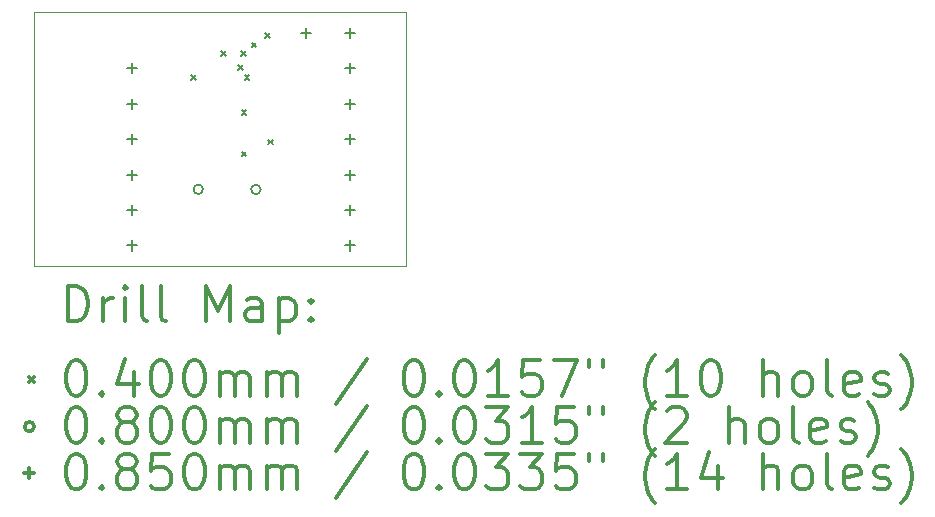
<source format=gbr>
%FSLAX45Y45*%
G04 Gerber Fmt 4.5, Leading zero omitted, Abs format (unit mm)*
G04 Created by KiCad (PCBNEW 5.1.10-88a1d61d58~90~ubuntu20.04.1) date 2021-09-15 21:40:54*
%MOMM*%
%LPD*%
G01*
G04 APERTURE LIST*
%TA.AperFunction,Profile*%
%ADD10C,0.050000*%
%TD*%
%ADD11C,0.200000*%
%ADD12C,0.300000*%
G04 APERTURE END LIST*
D10*
X14350000Y-7475000D02*
X11200000Y-7475000D01*
X14350000Y-9625000D02*
X14350000Y-7475000D01*
X11200000Y-9625000D02*
X14350000Y-9625000D01*
X11200000Y-7475000D02*
X11200000Y-9625000D01*
D11*
X12530000Y-8005000D02*
X12570000Y-8045000D01*
X12570000Y-8005000D02*
X12530000Y-8045000D01*
X12780000Y-7805000D02*
X12820000Y-7845000D01*
X12820000Y-7805000D02*
X12780000Y-7845000D01*
X12923933Y-7922194D02*
X12963933Y-7962194D01*
X12963933Y-7922194D02*
X12923933Y-7962194D01*
X12948370Y-7802803D02*
X12988370Y-7842803D01*
X12988370Y-7802803D02*
X12948370Y-7842803D01*
X12955000Y-8305000D02*
X12995000Y-8345000D01*
X12995000Y-8305000D02*
X12955000Y-8345000D01*
X12955000Y-8655000D02*
X12995000Y-8695000D01*
X12995000Y-8655000D02*
X12955000Y-8695000D01*
X12980000Y-8005000D02*
X13020000Y-8045000D01*
X13020000Y-8005000D02*
X12980000Y-8045000D01*
X13038379Y-7731852D02*
X13078379Y-7771852D01*
X13078379Y-7731852D02*
X13038379Y-7771852D01*
X13155000Y-7655000D02*
X13195000Y-7695000D01*
X13195000Y-7655000D02*
X13155000Y-7695000D01*
X13180000Y-8555000D02*
X13220000Y-8595000D01*
X13220000Y-8555000D02*
X13180000Y-8595000D01*
X12627000Y-8975000D02*
G75*
G03*
X12627000Y-8975000I-40000J0D01*
G01*
X13115000Y-8975000D02*
G75*
G03*
X13115000Y-8975000I-40000J0D01*
G01*
X12025000Y-7907500D02*
X12025000Y-7992500D01*
X11982500Y-7950000D02*
X12067500Y-7950000D01*
X12025000Y-8207500D02*
X12025000Y-8292500D01*
X11982500Y-8250000D02*
X12067500Y-8250000D01*
X12025000Y-8507500D02*
X12025000Y-8592500D01*
X11982500Y-8550000D02*
X12067500Y-8550000D01*
X12025000Y-8807500D02*
X12025000Y-8892500D01*
X11982500Y-8850000D02*
X12067500Y-8850000D01*
X12025000Y-9107500D02*
X12025000Y-9192500D01*
X11982500Y-9150000D02*
X12067500Y-9150000D01*
X12025000Y-9407500D02*
X12025000Y-9492500D01*
X11982500Y-9450000D02*
X12067500Y-9450000D01*
X13500000Y-7607500D02*
X13500000Y-7692500D01*
X13457500Y-7650000D02*
X13542500Y-7650000D01*
X13875000Y-7607500D02*
X13875000Y-7692500D01*
X13832500Y-7650000D02*
X13917500Y-7650000D01*
X13875000Y-7907500D02*
X13875000Y-7992500D01*
X13832500Y-7950000D02*
X13917500Y-7950000D01*
X13875000Y-8207500D02*
X13875000Y-8292500D01*
X13832500Y-8250000D02*
X13917500Y-8250000D01*
X13875000Y-8507500D02*
X13875000Y-8592500D01*
X13832500Y-8550000D02*
X13917500Y-8550000D01*
X13875000Y-8807500D02*
X13875000Y-8892500D01*
X13832500Y-8850000D02*
X13917500Y-8850000D01*
X13875000Y-9107500D02*
X13875000Y-9192500D01*
X13832500Y-9150000D02*
X13917500Y-9150000D01*
X13875000Y-9407500D02*
X13875000Y-9492500D01*
X13832500Y-9450000D02*
X13917500Y-9450000D01*
D12*
X11483928Y-10093214D02*
X11483928Y-9793214D01*
X11555357Y-9793214D01*
X11598214Y-9807500D01*
X11626786Y-9836072D01*
X11641071Y-9864643D01*
X11655357Y-9921786D01*
X11655357Y-9964643D01*
X11641071Y-10021786D01*
X11626786Y-10050357D01*
X11598214Y-10078929D01*
X11555357Y-10093214D01*
X11483928Y-10093214D01*
X11783928Y-10093214D02*
X11783928Y-9893214D01*
X11783928Y-9950357D02*
X11798214Y-9921786D01*
X11812500Y-9907500D01*
X11841071Y-9893214D01*
X11869643Y-9893214D01*
X11969643Y-10093214D02*
X11969643Y-9893214D01*
X11969643Y-9793214D02*
X11955357Y-9807500D01*
X11969643Y-9821786D01*
X11983928Y-9807500D01*
X11969643Y-9793214D01*
X11969643Y-9821786D01*
X12155357Y-10093214D02*
X12126786Y-10078929D01*
X12112500Y-10050357D01*
X12112500Y-9793214D01*
X12312500Y-10093214D02*
X12283928Y-10078929D01*
X12269643Y-10050357D01*
X12269643Y-9793214D01*
X12655357Y-10093214D02*
X12655357Y-9793214D01*
X12755357Y-10007500D01*
X12855357Y-9793214D01*
X12855357Y-10093214D01*
X13126786Y-10093214D02*
X13126786Y-9936072D01*
X13112500Y-9907500D01*
X13083928Y-9893214D01*
X13026786Y-9893214D01*
X12998214Y-9907500D01*
X13126786Y-10078929D02*
X13098214Y-10093214D01*
X13026786Y-10093214D01*
X12998214Y-10078929D01*
X12983928Y-10050357D01*
X12983928Y-10021786D01*
X12998214Y-9993214D01*
X13026786Y-9978929D01*
X13098214Y-9978929D01*
X13126786Y-9964643D01*
X13269643Y-9893214D02*
X13269643Y-10193214D01*
X13269643Y-9907500D02*
X13298214Y-9893214D01*
X13355357Y-9893214D01*
X13383928Y-9907500D01*
X13398214Y-9921786D01*
X13412500Y-9950357D01*
X13412500Y-10036072D01*
X13398214Y-10064643D01*
X13383928Y-10078929D01*
X13355357Y-10093214D01*
X13298214Y-10093214D01*
X13269643Y-10078929D01*
X13541071Y-10064643D02*
X13555357Y-10078929D01*
X13541071Y-10093214D01*
X13526786Y-10078929D01*
X13541071Y-10064643D01*
X13541071Y-10093214D01*
X13541071Y-9907500D02*
X13555357Y-9921786D01*
X13541071Y-9936072D01*
X13526786Y-9921786D01*
X13541071Y-9907500D01*
X13541071Y-9936072D01*
X11157500Y-10567500D02*
X11197500Y-10607500D01*
X11197500Y-10567500D02*
X11157500Y-10607500D01*
X11541071Y-10423214D02*
X11569643Y-10423214D01*
X11598214Y-10437500D01*
X11612500Y-10451786D01*
X11626786Y-10480357D01*
X11641071Y-10537500D01*
X11641071Y-10608929D01*
X11626786Y-10666072D01*
X11612500Y-10694643D01*
X11598214Y-10708929D01*
X11569643Y-10723214D01*
X11541071Y-10723214D01*
X11512500Y-10708929D01*
X11498214Y-10694643D01*
X11483928Y-10666072D01*
X11469643Y-10608929D01*
X11469643Y-10537500D01*
X11483928Y-10480357D01*
X11498214Y-10451786D01*
X11512500Y-10437500D01*
X11541071Y-10423214D01*
X11769643Y-10694643D02*
X11783928Y-10708929D01*
X11769643Y-10723214D01*
X11755357Y-10708929D01*
X11769643Y-10694643D01*
X11769643Y-10723214D01*
X12041071Y-10523214D02*
X12041071Y-10723214D01*
X11969643Y-10408929D02*
X11898214Y-10623214D01*
X12083928Y-10623214D01*
X12255357Y-10423214D02*
X12283928Y-10423214D01*
X12312500Y-10437500D01*
X12326786Y-10451786D01*
X12341071Y-10480357D01*
X12355357Y-10537500D01*
X12355357Y-10608929D01*
X12341071Y-10666072D01*
X12326786Y-10694643D01*
X12312500Y-10708929D01*
X12283928Y-10723214D01*
X12255357Y-10723214D01*
X12226786Y-10708929D01*
X12212500Y-10694643D01*
X12198214Y-10666072D01*
X12183928Y-10608929D01*
X12183928Y-10537500D01*
X12198214Y-10480357D01*
X12212500Y-10451786D01*
X12226786Y-10437500D01*
X12255357Y-10423214D01*
X12541071Y-10423214D02*
X12569643Y-10423214D01*
X12598214Y-10437500D01*
X12612500Y-10451786D01*
X12626786Y-10480357D01*
X12641071Y-10537500D01*
X12641071Y-10608929D01*
X12626786Y-10666072D01*
X12612500Y-10694643D01*
X12598214Y-10708929D01*
X12569643Y-10723214D01*
X12541071Y-10723214D01*
X12512500Y-10708929D01*
X12498214Y-10694643D01*
X12483928Y-10666072D01*
X12469643Y-10608929D01*
X12469643Y-10537500D01*
X12483928Y-10480357D01*
X12498214Y-10451786D01*
X12512500Y-10437500D01*
X12541071Y-10423214D01*
X12769643Y-10723214D02*
X12769643Y-10523214D01*
X12769643Y-10551786D02*
X12783928Y-10537500D01*
X12812500Y-10523214D01*
X12855357Y-10523214D01*
X12883928Y-10537500D01*
X12898214Y-10566072D01*
X12898214Y-10723214D01*
X12898214Y-10566072D02*
X12912500Y-10537500D01*
X12941071Y-10523214D01*
X12983928Y-10523214D01*
X13012500Y-10537500D01*
X13026786Y-10566072D01*
X13026786Y-10723214D01*
X13169643Y-10723214D02*
X13169643Y-10523214D01*
X13169643Y-10551786D02*
X13183928Y-10537500D01*
X13212500Y-10523214D01*
X13255357Y-10523214D01*
X13283928Y-10537500D01*
X13298214Y-10566072D01*
X13298214Y-10723214D01*
X13298214Y-10566072D02*
X13312500Y-10537500D01*
X13341071Y-10523214D01*
X13383928Y-10523214D01*
X13412500Y-10537500D01*
X13426786Y-10566072D01*
X13426786Y-10723214D01*
X14012500Y-10408929D02*
X13755357Y-10794643D01*
X14398214Y-10423214D02*
X14426786Y-10423214D01*
X14455357Y-10437500D01*
X14469643Y-10451786D01*
X14483928Y-10480357D01*
X14498214Y-10537500D01*
X14498214Y-10608929D01*
X14483928Y-10666072D01*
X14469643Y-10694643D01*
X14455357Y-10708929D01*
X14426786Y-10723214D01*
X14398214Y-10723214D01*
X14369643Y-10708929D01*
X14355357Y-10694643D01*
X14341071Y-10666072D01*
X14326786Y-10608929D01*
X14326786Y-10537500D01*
X14341071Y-10480357D01*
X14355357Y-10451786D01*
X14369643Y-10437500D01*
X14398214Y-10423214D01*
X14626786Y-10694643D02*
X14641071Y-10708929D01*
X14626786Y-10723214D01*
X14612500Y-10708929D01*
X14626786Y-10694643D01*
X14626786Y-10723214D01*
X14826786Y-10423214D02*
X14855357Y-10423214D01*
X14883928Y-10437500D01*
X14898214Y-10451786D01*
X14912500Y-10480357D01*
X14926786Y-10537500D01*
X14926786Y-10608929D01*
X14912500Y-10666072D01*
X14898214Y-10694643D01*
X14883928Y-10708929D01*
X14855357Y-10723214D01*
X14826786Y-10723214D01*
X14798214Y-10708929D01*
X14783928Y-10694643D01*
X14769643Y-10666072D01*
X14755357Y-10608929D01*
X14755357Y-10537500D01*
X14769643Y-10480357D01*
X14783928Y-10451786D01*
X14798214Y-10437500D01*
X14826786Y-10423214D01*
X15212500Y-10723214D02*
X15041071Y-10723214D01*
X15126786Y-10723214D02*
X15126786Y-10423214D01*
X15098214Y-10466072D01*
X15069643Y-10494643D01*
X15041071Y-10508929D01*
X15483928Y-10423214D02*
X15341071Y-10423214D01*
X15326786Y-10566072D01*
X15341071Y-10551786D01*
X15369643Y-10537500D01*
X15441071Y-10537500D01*
X15469643Y-10551786D01*
X15483928Y-10566072D01*
X15498214Y-10594643D01*
X15498214Y-10666072D01*
X15483928Y-10694643D01*
X15469643Y-10708929D01*
X15441071Y-10723214D01*
X15369643Y-10723214D01*
X15341071Y-10708929D01*
X15326786Y-10694643D01*
X15598214Y-10423214D02*
X15798214Y-10423214D01*
X15669643Y-10723214D01*
X15898214Y-10423214D02*
X15898214Y-10480357D01*
X16012500Y-10423214D02*
X16012500Y-10480357D01*
X16455357Y-10837500D02*
X16441071Y-10823214D01*
X16412500Y-10780357D01*
X16398214Y-10751786D01*
X16383928Y-10708929D01*
X16369643Y-10637500D01*
X16369643Y-10580357D01*
X16383928Y-10508929D01*
X16398214Y-10466072D01*
X16412500Y-10437500D01*
X16441071Y-10394643D01*
X16455357Y-10380357D01*
X16726786Y-10723214D02*
X16555357Y-10723214D01*
X16641071Y-10723214D02*
X16641071Y-10423214D01*
X16612500Y-10466072D01*
X16583928Y-10494643D01*
X16555357Y-10508929D01*
X16912500Y-10423214D02*
X16941071Y-10423214D01*
X16969643Y-10437500D01*
X16983928Y-10451786D01*
X16998214Y-10480357D01*
X17012500Y-10537500D01*
X17012500Y-10608929D01*
X16998214Y-10666072D01*
X16983928Y-10694643D01*
X16969643Y-10708929D01*
X16941071Y-10723214D01*
X16912500Y-10723214D01*
X16883928Y-10708929D01*
X16869643Y-10694643D01*
X16855357Y-10666072D01*
X16841071Y-10608929D01*
X16841071Y-10537500D01*
X16855357Y-10480357D01*
X16869643Y-10451786D01*
X16883928Y-10437500D01*
X16912500Y-10423214D01*
X17369643Y-10723214D02*
X17369643Y-10423214D01*
X17498214Y-10723214D02*
X17498214Y-10566072D01*
X17483928Y-10537500D01*
X17455357Y-10523214D01*
X17412500Y-10523214D01*
X17383928Y-10537500D01*
X17369643Y-10551786D01*
X17683928Y-10723214D02*
X17655357Y-10708929D01*
X17641071Y-10694643D01*
X17626786Y-10666072D01*
X17626786Y-10580357D01*
X17641071Y-10551786D01*
X17655357Y-10537500D01*
X17683928Y-10523214D01*
X17726786Y-10523214D01*
X17755357Y-10537500D01*
X17769643Y-10551786D01*
X17783928Y-10580357D01*
X17783928Y-10666072D01*
X17769643Y-10694643D01*
X17755357Y-10708929D01*
X17726786Y-10723214D01*
X17683928Y-10723214D01*
X17955357Y-10723214D02*
X17926786Y-10708929D01*
X17912500Y-10680357D01*
X17912500Y-10423214D01*
X18183928Y-10708929D02*
X18155357Y-10723214D01*
X18098214Y-10723214D01*
X18069643Y-10708929D01*
X18055357Y-10680357D01*
X18055357Y-10566072D01*
X18069643Y-10537500D01*
X18098214Y-10523214D01*
X18155357Y-10523214D01*
X18183928Y-10537500D01*
X18198214Y-10566072D01*
X18198214Y-10594643D01*
X18055357Y-10623214D01*
X18312500Y-10708929D02*
X18341071Y-10723214D01*
X18398214Y-10723214D01*
X18426786Y-10708929D01*
X18441071Y-10680357D01*
X18441071Y-10666072D01*
X18426786Y-10637500D01*
X18398214Y-10623214D01*
X18355357Y-10623214D01*
X18326786Y-10608929D01*
X18312500Y-10580357D01*
X18312500Y-10566072D01*
X18326786Y-10537500D01*
X18355357Y-10523214D01*
X18398214Y-10523214D01*
X18426786Y-10537500D01*
X18541071Y-10837500D02*
X18555357Y-10823214D01*
X18583928Y-10780357D01*
X18598214Y-10751786D01*
X18612500Y-10708929D01*
X18626786Y-10637500D01*
X18626786Y-10580357D01*
X18612500Y-10508929D01*
X18598214Y-10466072D01*
X18583928Y-10437500D01*
X18555357Y-10394643D01*
X18541071Y-10380357D01*
X11197500Y-10983500D02*
G75*
G03*
X11197500Y-10983500I-40000J0D01*
G01*
X11541071Y-10819214D02*
X11569643Y-10819214D01*
X11598214Y-10833500D01*
X11612500Y-10847786D01*
X11626786Y-10876357D01*
X11641071Y-10933500D01*
X11641071Y-11004929D01*
X11626786Y-11062072D01*
X11612500Y-11090643D01*
X11598214Y-11104929D01*
X11569643Y-11119214D01*
X11541071Y-11119214D01*
X11512500Y-11104929D01*
X11498214Y-11090643D01*
X11483928Y-11062072D01*
X11469643Y-11004929D01*
X11469643Y-10933500D01*
X11483928Y-10876357D01*
X11498214Y-10847786D01*
X11512500Y-10833500D01*
X11541071Y-10819214D01*
X11769643Y-11090643D02*
X11783928Y-11104929D01*
X11769643Y-11119214D01*
X11755357Y-11104929D01*
X11769643Y-11090643D01*
X11769643Y-11119214D01*
X11955357Y-10947786D02*
X11926786Y-10933500D01*
X11912500Y-10919214D01*
X11898214Y-10890643D01*
X11898214Y-10876357D01*
X11912500Y-10847786D01*
X11926786Y-10833500D01*
X11955357Y-10819214D01*
X12012500Y-10819214D01*
X12041071Y-10833500D01*
X12055357Y-10847786D01*
X12069643Y-10876357D01*
X12069643Y-10890643D01*
X12055357Y-10919214D01*
X12041071Y-10933500D01*
X12012500Y-10947786D01*
X11955357Y-10947786D01*
X11926786Y-10962072D01*
X11912500Y-10976357D01*
X11898214Y-11004929D01*
X11898214Y-11062072D01*
X11912500Y-11090643D01*
X11926786Y-11104929D01*
X11955357Y-11119214D01*
X12012500Y-11119214D01*
X12041071Y-11104929D01*
X12055357Y-11090643D01*
X12069643Y-11062072D01*
X12069643Y-11004929D01*
X12055357Y-10976357D01*
X12041071Y-10962072D01*
X12012500Y-10947786D01*
X12255357Y-10819214D02*
X12283928Y-10819214D01*
X12312500Y-10833500D01*
X12326786Y-10847786D01*
X12341071Y-10876357D01*
X12355357Y-10933500D01*
X12355357Y-11004929D01*
X12341071Y-11062072D01*
X12326786Y-11090643D01*
X12312500Y-11104929D01*
X12283928Y-11119214D01*
X12255357Y-11119214D01*
X12226786Y-11104929D01*
X12212500Y-11090643D01*
X12198214Y-11062072D01*
X12183928Y-11004929D01*
X12183928Y-10933500D01*
X12198214Y-10876357D01*
X12212500Y-10847786D01*
X12226786Y-10833500D01*
X12255357Y-10819214D01*
X12541071Y-10819214D02*
X12569643Y-10819214D01*
X12598214Y-10833500D01*
X12612500Y-10847786D01*
X12626786Y-10876357D01*
X12641071Y-10933500D01*
X12641071Y-11004929D01*
X12626786Y-11062072D01*
X12612500Y-11090643D01*
X12598214Y-11104929D01*
X12569643Y-11119214D01*
X12541071Y-11119214D01*
X12512500Y-11104929D01*
X12498214Y-11090643D01*
X12483928Y-11062072D01*
X12469643Y-11004929D01*
X12469643Y-10933500D01*
X12483928Y-10876357D01*
X12498214Y-10847786D01*
X12512500Y-10833500D01*
X12541071Y-10819214D01*
X12769643Y-11119214D02*
X12769643Y-10919214D01*
X12769643Y-10947786D02*
X12783928Y-10933500D01*
X12812500Y-10919214D01*
X12855357Y-10919214D01*
X12883928Y-10933500D01*
X12898214Y-10962072D01*
X12898214Y-11119214D01*
X12898214Y-10962072D02*
X12912500Y-10933500D01*
X12941071Y-10919214D01*
X12983928Y-10919214D01*
X13012500Y-10933500D01*
X13026786Y-10962072D01*
X13026786Y-11119214D01*
X13169643Y-11119214D02*
X13169643Y-10919214D01*
X13169643Y-10947786D02*
X13183928Y-10933500D01*
X13212500Y-10919214D01*
X13255357Y-10919214D01*
X13283928Y-10933500D01*
X13298214Y-10962072D01*
X13298214Y-11119214D01*
X13298214Y-10962072D02*
X13312500Y-10933500D01*
X13341071Y-10919214D01*
X13383928Y-10919214D01*
X13412500Y-10933500D01*
X13426786Y-10962072D01*
X13426786Y-11119214D01*
X14012500Y-10804929D02*
X13755357Y-11190643D01*
X14398214Y-10819214D02*
X14426786Y-10819214D01*
X14455357Y-10833500D01*
X14469643Y-10847786D01*
X14483928Y-10876357D01*
X14498214Y-10933500D01*
X14498214Y-11004929D01*
X14483928Y-11062072D01*
X14469643Y-11090643D01*
X14455357Y-11104929D01*
X14426786Y-11119214D01*
X14398214Y-11119214D01*
X14369643Y-11104929D01*
X14355357Y-11090643D01*
X14341071Y-11062072D01*
X14326786Y-11004929D01*
X14326786Y-10933500D01*
X14341071Y-10876357D01*
X14355357Y-10847786D01*
X14369643Y-10833500D01*
X14398214Y-10819214D01*
X14626786Y-11090643D02*
X14641071Y-11104929D01*
X14626786Y-11119214D01*
X14612500Y-11104929D01*
X14626786Y-11090643D01*
X14626786Y-11119214D01*
X14826786Y-10819214D02*
X14855357Y-10819214D01*
X14883928Y-10833500D01*
X14898214Y-10847786D01*
X14912500Y-10876357D01*
X14926786Y-10933500D01*
X14926786Y-11004929D01*
X14912500Y-11062072D01*
X14898214Y-11090643D01*
X14883928Y-11104929D01*
X14855357Y-11119214D01*
X14826786Y-11119214D01*
X14798214Y-11104929D01*
X14783928Y-11090643D01*
X14769643Y-11062072D01*
X14755357Y-11004929D01*
X14755357Y-10933500D01*
X14769643Y-10876357D01*
X14783928Y-10847786D01*
X14798214Y-10833500D01*
X14826786Y-10819214D01*
X15026786Y-10819214D02*
X15212500Y-10819214D01*
X15112500Y-10933500D01*
X15155357Y-10933500D01*
X15183928Y-10947786D01*
X15198214Y-10962072D01*
X15212500Y-10990643D01*
X15212500Y-11062072D01*
X15198214Y-11090643D01*
X15183928Y-11104929D01*
X15155357Y-11119214D01*
X15069643Y-11119214D01*
X15041071Y-11104929D01*
X15026786Y-11090643D01*
X15498214Y-11119214D02*
X15326786Y-11119214D01*
X15412500Y-11119214D02*
X15412500Y-10819214D01*
X15383928Y-10862072D01*
X15355357Y-10890643D01*
X15326786Y-10904929D01*
X15769643Y-10819214D02*
X15626786Y-10819214D01*
X15612500Y-10962072D01*
X15626786Y-10947786D01*
X15655357Y-10933500D01*
X15726786Y-10933500D01*
X15755357Y-10947786D01*
X15769643Y-10962072D01*
X15783928Y-10990643D01*
X15783928Y-11062072D01*
X15769643Y-11090643D01*
X15755357Y-11104929D01*
X15726786Y-11119214D01*
X15655357Y-11119214D01*
X15626786Y-11104929D01*
X15612500Y-11090643D01*
X15898214Y-10819214D02*
X15898214Y-10876357D01*
X16012500Y-10819214D02*
X16012500Y-10876357D01*
X16455357Y-11233500D02*
X16441071Y-11219214D01*
X16412500Y-11176357D01*
X16398214Y-11147786D01*
X16383928Y-11104929D01*
X16369643Y-11033500D01*
X16369643Y-10976357D01*
X16383928Y-10904929D01*
X16398214Y-10862072D01*
X16412500Y-10833500D01*
X16441071Y-10790643D01*
X16455357Y-10776357D01*
X16555357Y-10847786D02*
X16569643Y-10833500D01*
X16598214Y-10819214D01*
X16669643Y-10819214D01*
X16698214Y-10833500D01*
X16712500Y-10847786D01*
X16726786Y-10876357D01*
X16726786Y-10904929D01*
X16712500Y-10947786D01*
X16541071Y-11119214D01*
X16726786Y-11119214D01*
X17083928Y-11119214D02*
X17083928Y-10819214D01*
X17212500Y-11119214D02*
X17212500Y-10962072D01*
X17198214Y-10933500D01*
X17169643Y-10919214D01*
X17126786Y-10919214D01*
X17098214Y-10933500D01*
X17083928Y-10947786D01*
X17398214Y-11119214D02*
X17369643Y-11104929D01*
X17355357Y-11090643D01*
X17341071Y-11062072D01*
X17341071Y-10976357D01*
X17355357Y-10947786D01*
X17369643Y-10933500D01*
X17398214Y-10919214D01*
X17441071Y-10919214D01*
X17469643Y-10933500D01*
X17483928Y-10947786D01*
X17498214Y-10976357D01*
X17498214Y-11062072D01*
X17483928Y-11090643D01*
X17469643Y-11104929D01*
X17441071Y-11119214D01*
X17398214Y-11119214D01*
X17669643Y-11119214D02*
X17641071Y-11104929D01*
X17626786Y-11076357D01*
X17626786Y-10819214D01*
X17898214Y-11104929D02*
X17869643Y-11119214D01*
X17812500Y-11119214D01*
X17783928Y-11104929D01*
X17769643Y-11076357D01*
X17769643Y-10962072D01*
X17783928Y-10933500D01*
X17812500Y-10919214D01*
X17869643Y-10919214D01*
X17898214Y-10933500D01*
X17912500Y-10962072D01*
X17912500Y-10990643D01*
X17769643Y-11019214D01*
X18026786Y-11104929D02*
X18055357Y-11119214D01*
X18112500Y-11119214D01*
X18141071Y-11104929D01*
X18155357Y-11076357D01*
X18155357Y-11062072D01*
X18141071Y-11033500D01*
X18112500Y-11019214D01*
X18069643Y-11019214D01*
X18041071Y-11004929D01*
X18026786Y-10976357D01*
X18026786Y-10962072D01*
X18041071Y-10933500D01*
X18069643Y-10919214D01*
X18112500Y-10919214D01*
X18141071Y-10933500D01*
X18255357Y-11233500D02*
X18269643Y-11219214D01*
X18298214Y-11176357D01*
X18312500Y-11147786D01*
X18326786Y-11104929D01*
X18341071Y-11033500D01*
X18341071Y-10976357D01*
X18326786Y-10904929D01*
X18312500Y-10862072D01*
X18298214Y-10833500D01*
X18269643Y-10790643D01*
X18255357Y-10776357D01*
X11155000Y-11337000D02*
X11155000Y-11422000D01*
X11112500Y-11379500D02*
X11197500Y-11379500D01*
X11541071Y-11215214D02*
X11569643Y-11215214D01*
X11598214Y-11229500D01*
X11612500Y-11243786D01*
X11626786Y-11272357D01*
X11641071Y-11329500D01*
X11641071Y-11400929D01*
X11626786Y-11458071D01*
X11612500Y-11486643D01*
X11598214Y-11500929D01*
X11569643Y-11515214D01*
X11541071Y-11515214D01*
X11512500Y-11500929D01*
X11498214Y-11486643D01*
X11483928Y-11458071D01*
X11469643Y-11400929D01*
X11469643Y-11329500D01*
X11483928Y-11272357D01*
X11498214Y-11243786D01*
X11512500Y-11229500D01*
X11541071Y-11215214D01*
X11769643Y-11486643D02*
X11783928Y-11500929D01*
X11769643Y-11515214D01*
X11755357Y-11500929D01*
X11769643Y-11486643D01*
X11769643Y-11515214D01*
X11955357Y-11343786D02*
X11926786Y-11329500D01*
X11912500Y-11315214D01*
X11898214Y-11286643D01*
X11898214Y-11272357D01*
X11912500Y-11243786D01*
X11926786Y-11229500D01*
X11955357Y-11215214D01*
X12012500Y-11215214D01*
X12041071Y-11229500D01*
X12055357Y-11243786D01*
X12069643Y-11272357D01*
X12069643Y-11286643D01*
X12055357Y-11315214D01*
X12041071Y-11329500D01*
X12012500Y-11343786D01*
X11955357Y-11343786D01*
X11926786Y-11358071D01*
X11912500Y-11372357D01*
X11898214Y-11400929D01*
X11898214Y-11458071D01*
X11912500Y-11486643D01*
X11926786Y-11500929D01*
X11955357Y-11515214D01*
X12012500Y-11515214D01*
X12041071Y-11500929D01*
X12055357Y-11486643D01*
X12069643Y-11458071D01*
X12069643Y-11400929D01*
X12055357Y-11372357D01*
X12041071Y-11358071D01*
X12012500Y-11343786D01*
X12341071Y-11215214D02*
X12198214Y-11215214D01*
X12183928Y-11358071D01*
X12198214Y-11343786D01*
X12226786Y-11329500D01*
X12298214Y-11329500D01*
X12326786Y-11343786D01*
X12341071Y-11358071D01*
X12355357Y-11386643D01*
X12355357Y-11458071D01*
X12341071Y-11486643D01*
X12326786Y-11500929D01*
X12298214Y-11515214D01*
X12226786Y-11515214D01*
X12198214Y-11500929D01*
X12183928Y-11486643D01*
X12541071Y-11215214D02*
X12569643Y-11215214D01*
X12598214Y-11229500D01*
X12612500Y-11243786D01*
X12626786Y-11272357D01*
X12641071Y-11329500D01*
X12641071Y-11400929D01*
X12626786Y-11458071D01*
X12612500Y-11486643D01*
X12598214Y-11500929D01*
X12569643Y-11515214D01*
X12541071Y-11515214D01*
X12512500Y-11500929D01*
X12498214Y-11486643D01*
X12483928Y-11458071D01*
X12469643Y-11400929D01*
X12469643Y-11329500D01*
X12483928Y-11272357D01*
X12498214Y-11243786D01*
X12512500Y-11229500D01*
X12541071Y-11215214D01*
X12769643Y-11515214D02*
X12769643Y-11315214D01*
X12769643Y-11343786D02*
X12783928Y-11329500D01*
X12812500Y-11315214D01*
X12855357Y-11315214D01*
X12883928Y-11329500D01*
X12898214Y-11358071D01*
X12898214Y-11515214D01*
X12898214Y-11358071D02*
X12912500Y-11329500D01*
X12941071Y-11315214D01*
X12983928Y-11315214D01*
X13012500Y-11329500D01*
X13026786Y-11358071D01*
X13026786Y-11515214D01*
X13169643Y-11515214D02*
X13169643Y-11315214D01*
X13169643Y-11343786D02*
X13183928Y-11329500D01*
X13212500Y-11315214D01*
X13255357Y-11315214D01*
X13283928Y-11329500D01*
X13298214Y-11358071D01*
X13298214Y-11515214D01*
X13298214Y-11358071D02*
X13312500Y-11329500D01*
X13341071Y-11315214D01*
X13383928Y-11315214D01*
X13412500Y-11329500D01*
X13426786Y-11358071D01*
X13426786Y-11515214D01*
X14012500Y-11200929D02*
X13755357Y-11586643D01*
X14398214Y-11215214D02*
X14426786Y-11215214D01*
X14455357Y-11229500D01*
X14469643Y-11243786D01*
X14483928Y-11272357D01*
X14498214Y-11329500D01*
X14498214Y-11400929D01*
X14483928Y-11458071D01*
X14469643Y-11486643D01*
X14455357Y-11500929D01*
X14426786Y-11515214D01*
X14398214Y-11515214D01*
X14369643Y-11500929D01*
X14355357Y-11486643D01*
X14341071Y-11458071D01*
X14326786Y-11400929D01*
X14326786Y-11329500D01*
X14341071Y-11272357D01*
X14355357Y-11243786D01*
X14369643Y-11229500D01*
X14398214Y-11215214D01*
X14626786Y-11486643D02*
X14641071Y-11500929D01*
X14626786Y-11515214D01*
X14612500Y-11500929D01*
X14626786Y-11486643D01*
X14626786Y-11515214D01*
X14826786Y-11215214D02*
X14855357Y-11215214D01*
X14883928Y-11229500D01*
X14898214Y-11243786D01*
X14912500Y-11272357D01*
X14926786Y-11329500D01*
X14926786Y-11400929D01*
X14912500Y-11458071D01*
X14898214Y-11486643D01*
X14883928Y-11500929D01*
X14855357Y-11515214D01*
X14826786Y-11515214D01*
X14798214Y-11500929D01*
X14783928Y-11486643D01*
X14769643Y-11458071D01*
X14755357Y-11400929D01*
X14755357Y-11329500D01*
X14769643Y-11272357D01*
X14783928Y-11243786D01*
X14798214Y-11229500D01*
X14826786Y-11215214D01*
X15026786Y-11215214D02*
X15212500Y-11215214D01*
X15112500Y-11329500D01*
X15155357Y-11329500D01*
X15183928Y-11343786D01*
X15198214Y-11358071D01*
X15212500Y-11386643D01*
X15212500Y-11458071D01*
X15198214Y-11486643D01*
X15183928Y-11500929D01*
X15155357Y-11515214D01*
X15069643Y-11515214D01*
X15041071Y-11500929D01*
X15026786Y-11486643D01*
X15312500Y-11215214D02*
X15498214Y-11215214D01*
X15398214Y-11329500D01*
X15441071Y-11329500D01*
X15469643Y-11343786D01*
X15483928Y-11358071D01*
X15498214Y-11386643D01*
X15498214Y-11458071D01*
X15483928Y-11486643D01*
X15469643Y-11500929D01*
X15441071Y-11515214D01*
X15355357Y-11515214D01*
X15326786Y-11500929D01*
X15312500Y-11486643D01*
X15769643Y-11215214D02*
X15626786Y-11215214D01*
X15612500Y-11358071D01*
X15626786Y-11343786D01*
X15655357Y-11329500D01*
X15726786Y-11329500D01*
X15755357Y-11343786D01*
X15769643Y-11358071D01*
X15783928Y-11386643D01*
X15783928Y-11458071D01*
X15769643Y-11486643D01*
X15755357Y-11500929D01*
X15726786Y-11515214D01*
X15655357Y-11515214D01*
X15626786Y-11500929D01*
X15612500Y-11486643D01*
X15898214Y-11215214D02*
X15898214Y-11272357D01*
X16012500Y-11215214D02*
X16012500Y-11272357D01*
X16455357Y-11629500D02*
X16441071Y-11615214D01*
X16412500Y-11572357D01*
X16398214Y-11543786D01*
X16383928Y-11500929D01*
X16369643Y-11429500D01*
X16369643Y-11372357D01*
X16383928Y-11300929D01*
X16398214Y-11258071D01*
X16412500Y-11229500D01*
X16441071Y-11186643D01*
X16455357Y-11172357D01*
X16726786Y-11515214D02*
X16555357Y-11515214D01*
X16641071Y-11515214D02*
X16641071Y-11215214D01*
X16612500Y-11258071D01*
X16583928Y-11286643D01*
X16555357Y-11300929D01*
X16983928Y-11315214D02*
X16983928Y-11515214D01*
X16912500Y-11200929D02*
X16841071Y-11415214D01*
X17026786Y-11415214D01*
X17369643Y-11515214D02*
X17369643Y-11215214D01*
X17498214Y-11515214D02*
X17498214Y-11358071D01*
X17483928Y-11329500D01*
X17455357Y-11315214D01*
X17412500Y-11315214D01*
X17383928Y-11329500D01*
X17369643Y-11343786D01*
X17683928Y-11515214D02*
X17655357Y-11500929D01*
X17641071Y-11486643D01*
X17626786Y-11458071D01*
X17626786Y-11372357D01*
X17641071Y-11343786D01*
X17655357Y-11329500D01*
X17683928Y-11315214D01*
X17726786Y-11315214D01*
X17755357Y-11329500D01*
X17769643Y-11343786D01*
X17783928Y-11372357D01*
X17783928Y-11458071D01*
X17769643Y-11486643D01*
X17755357Y-11500929D01*
X17726786Y-11515214D01*
X17683928Y-11515214D01*
X17955357Y-11515214D02*
X17926786Y-11500929D01*
X17912500Y-11472357D01*
X17912500Y-11215214D01*
X18183928Y-11500929D02*
X18155357Y-11515214D01*
X18098214Y-11515214D01*
X18069643Y-11500929D01*
X18055357Y-11472357D01*
X18055357Y-11358071D01*
X18069643Y-11329500D01*
X18098214Y-11315214D01*
X18155357Y-11315214D01*
X18183928Y-11329500D01*
X18198214Y-11358071D01*
X18198214Y-11386643D01*
X18055357Y-11415214D01*
X18312500Y-11500929D02*
X18341071Y-11515214D01*
X18398214Y-11515214D01*
X18426786Y-11500929D01*
X18441071Y-11472357D01*
X18441071Y-11458071D01*
X18426786Y-11429500D01*
X18398214Y-11415214D01*
X18355357Y-11415214D01*
X18326786Y-11400929D01*
X18312500Y-11372357D01*
X18312500Y-11358071D01*
X18326786Y-11329500D01*
X18355357Y-11315214D01*
X18398214Y-11315214D01*
X18426786Y-11329500D01*
X18541071Y-11629500D02*
X18555357Y-11615214D01*
X18583928Y-11572357D01*
X18598214Y-11543786D01*
X18612500Y-11500929D01*
X18626786Y-11429500D01*
X18626786Y-11372357D01*
X18612500Y-11300929D01*
X18598214Y-11258071D01*
X18583928Y-11229500D01*
X18555357Y-11186643D01*
X18541071Y-11172357D01*
M02*

</source>
